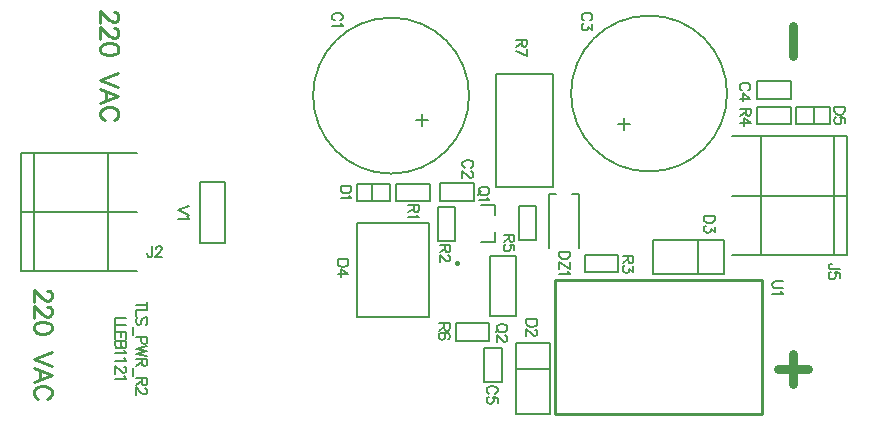
<source format=gto>
G04 Layer_Color=65535*
%FSLAX43Y43*%
%MOMM*%
G71*
G01*
G75*
%ADD34C,0.127*%
%ADD35C,0.254*%
%ADD36C,0.152*%
%ADD37C,0.152*%
%ADD38C,0.762*%
%ADD39C,0.381*%
D34*
X15342Y9322D02*
G03*
X15342Y9322I-6604J0D01*
G01*
X37186Y9500D02*
G03*
X37186Y9500I-6604J0D01*
G01*
X15723Y433D02*
Y1906D01*
X12878D02*
X15723D01*
X12878Y433D02*
X15723D01*
X12878D02*
Y1906D01*
X42577Y9068D02*
Y10541D01*
X39732D02*
X42577D01*
X39732Y9068D02*
X42577D01*
X39732D02*
Y10541D01*
X16637Y-12040D02*
X18110D01*
X16637Y-14884D02*
Y-12040D01*
X18110Y-14884D02*
Y-12040D01*
X16637Y-14884D02*
X18110D01*
X22173Y-17605D02*
Y-11605D01*
X19273Y-13856D02*
X22173D01*
X19273Y-17605D02*
X22173D01*
X19273D02*
Y-11605D01*
X22173D01*
X30934Y-5816D02*
X36934D01*
X34683D02*
Y-2916D01*
X30934Y-5816D02*
Y-2916D01*
X36934D01*
Y-5816D02*
Y-2916D01*
X5817Y406D02*
Y1880D01*
Y406D02*
X8661D01*
X5817Y1880D02*
X8661D01*
Y406D02*
Y1880D01*
X7111Y406D02*
Y1880D01*
X45879Y6909D02*
Y8382D01*
X43034D02*
X45879D01*
X43034Y6909D02*
X45879D01*
X43034D02*
Y8382D01*
X44585Y6909D02*
Y8382D01*
X-22558Y4492D02*
X-12758D01*
X-22558Y-5508D02*
Y4492D01*
Y-508D02*
X-12758D01*
X-22558Y-5508D02*
X-12758D01*
X-21458D02*
Y4492D01*
X-15258Y-5508D02*
Y4492D01*
X37567Y-4136D02*
X47367D01*
Y5864D01*
X37567Y864D02*
X47367D01*
X37567Y5864D02*
X47367D01*
X46267Y-4136D02*
Y5864D01*
X40067Y-4136D02*
Y5864D01*
X16364Y-3049D02*
X17562D01*
X16364Y51D02*
X17562D01*
Y-3049D02*
Y-2199D01*
Y-799D02*
Y51D01*
X17137Y-9332D02*
X19287D01*
X17137Y-4232D02*
X19287D01*
Y-9332D02*
Y-4232D01*
X17137Y-9332D02*
Y-4232D01*
X12014Y406D02*
Y1880D01*
X9169D02*
X12014D01*
X9169Y406D02*
X12014D01*
X9169D02*
Y1880D01*
X12675Y-2972D02*
X14148D01*
Y-127D01*
X12675Y-2972D02*
Y-127D01*
X14148D01*
X27965Y-5639D02*
Y-4166D01*
X25121D02*
X27965D01*
X25121Y-5639D02*
X27965D01*
X25121D02*
Y-4166D01*
X39732Y6883D02*
Y8357D01*
Y6883D02*
X42577D01*
X39732Y8357D02*
X42577D01*
Y6883D02*
Y8357D01*
X19533Y-25D02*
X21006D01*
X19533Y-2870D02*
Y-25D01*
X21006Y-2870D02*
Y-25D01*
X19533Y-2870D02*
X21006D01*
X17043Y-11423D02*
Y-9950D01*
X14199D02*
X17043D01*
X14199Y-11423D02*
X17043D01*
X14199D02*
Y-9950D01*
X22428Y1621D02*
Y11151D01*
X17628D02*
X22428D01*
X17628Y1621D02*
X22428D01*
X17628D02*
Y11151D01*
X5824Y-1458D02*
X11920D01*
Y-9459D02*
Y-1458D01*
X5824Y-9459D02*
Y-1458D01*
Y-9459D02*
X11920D01*
X24023Y958D02*
X24668D01*
X22068D02*
X22713D01*
X24668Y-3614D02*
Y958D01*
X22068Y-3614D02*
Y958D01*
X11354Y7747D02*
Y6731D01*
X11861Y7239D02*
X10846D01*
X29007Y6884D02*
X27991D01*
X28499Y6376D02*
Y7391D01*
D35*
X22618Y-17661D02*
X40118D01*
X22618D02*
Y-6261D01*
X40118Y-17661D02*
Y-6261D01*
X22618D02*
X40118D01*
X-14714Y16412D02*
X-14642D01*
X-14496Y16339D01*
X-14424Y16267D01*
X-14351Y16122D01*
Y15832D01*
X-14424Y15686D01*
X-14496Y15614D01*
X-14642Y15541D01*
X-14787D01*
X-14932Y15614D01*
X-15149Y15759D01*
X-15875Y16485D01*
Y15469D01*
X-14714Y15055D02*
X-14642D01*
X-14496Y14983D01*
X-14424Y14910D01*
X-14351Y14765D01*
Y14475D01*
X-14424Y14330D01*
X-14496Y14257D01*
X-14642Y14185D01*
X-14787D01*
X-14932Y14257D01*
X-15149Y14402D01*
X-15875Y15128D01*
Y14112D01*
X-14351Y13336D02*
X-14424Y13553D01*
X-14642Y13698D01*
X-15004Y13771D01*
X-15222D01*
X-15585Y13698D01*
X-15802Y13553D01*
X-15875Y13336D01*
Y13191D01*
X-15802Y12973D01*
X-15585Y12828D01*
X-15222Y12755D01*
X-15004D01*
X-14642Y12828D01*
X-14424Y12973D01*
X-14351Y13191D01*
Y13336D01*
Y11217D02*
X-15875Y10637D01*
X-14351Y10056D02*
X-15875Y10637D01*
Y8699D02*
X-14351Y9280D01*
X-15875Y9860D01*
X-15367Y9643D02*
Y8917D01*
X-14714Y7255D02*
X-14569Y7328D01*
X-14424Y7473D01*
X-14351Y7618D01*
Y7909D01*
X-14424Y8054D01*
X-14569Y8199D01*
X-14714Y8271D01*
X-14932Y8344D01*
X-15295D01*
X-15512Y8271D01*
X-15657Y8199D01*
X-15802Y8054D01*
X-15875Y7909D01*
Y7618D01*
X-15802Y7473D01*
X-15657Y7328D01*
X-15512Y7255D01*
X-20353Y-7185D02*
X-20280D01*
X-20135Y-7257D01*
X-20063Y-7330D01*
X-19990Y-7475D01*
Y-7765D01*
X-20063Y-7910D01*
X-20135Y-7983D01*
X-20280Y-8055D01*
X-20425D01*
X-20571Y-7983D01*
X-20788Y-7838D01*
X-21514Y-7112D01*
Y-8128D01*
X-20353Y-8541D02*
X-20280D01*
X-20135Y-8614D01*
X-20063Y-8686D01*
X-19990Y-8832D01*
Y-9122D01*
X-20063Y-9267D01*
X-20135Y-9339D01*
X-20280Y-9412D01*
X-20425D01*
X-20571Y-9339D01*
X-20788Y-9194D01*
X-21514Y-8469D01*
Y-9485D01*
X-19990Y-10261D02*
X-20063Y-10043D01*
X-20280Y-9898D01*
X-20643Y-9826D01*
X-20861D01*
X-21224Y-9898D01*
X-21441Y-10043D01*
X-21514Y-10261D01*
Y-10406D01*
X-21441Y-10624D01*
X-21224Y-10769D01*
X-20861Y-10841D01*
X-20643D01*
X-20280Y-10769D01*
X-20063Y-10624D01*
X-19990Y-10406D01*
Y-10261D01*
Y-12380D02*
X-21514Y-12960D01*
X-19990Y-13540D02*
X-21514Y-12960D01*
Y-14897D02*
X-19990Y-14317D01*
X-21514Y-13736D01*
X-21006Y-13954D02*
Y-14680D01*
X-20353Y-16341D02*
X-20208Y-16269D01*
X-20063Y-16123D01*
X-19990Y-15978D01*
Y-15688D01*
X-20063Y-15543D01*
X-20208Y-15398D01*
X-20353Y-15325D01*
X-20571Y-15253D01*
X-20933D01*
X-21151Y-15325D01*
X-21296Y-15398D01*
X-21441Y-15543D01*
X-21514Y-15688D01*
Y-15978D01*
X-21441Y-16123D01*
X-21296Y-16269D01*
X-21151Y-16341D01*
D36*
X-7463Y-3130D02*
X-5322D01*
X-7463D02*
Y2052D01*
X-5322Y-3130D02*
Y2052D01*
X-7463D02*
X-5322D01*
X-11918Y-8413D02*
X-12832D01*
X-11918Y-8108D02*
Y-8718D01*
Y-8826D02*
X-12832D01*
Y-9349D01*
X-12049Y-10058D02*
X-11961Y-9971D01*
X-11918Y-9841D01*
Y-9667D01*
X-11961Y-9536D01*
X-12049Y-9449D01*
X-12136D01*
X-12223Y-9493D01*
X-12266Y-9536D01*
X-12310Y-9623D01*
X-12397Y-9884D01*
X-12440Y-9971D01*
X-12484Y-10015D01*
X-12571Y-10058D01*
X-12702D01*
X-12789Y-9971D01*
X-12832Y-9841D01*
Y-9667D01*
X-12789Y-9536D01*
X-12702Y-9449D01*
X-13137Y-10263D02*
Y-10960D01*
X-12397Y-11077D02*
Y-11469D01*
X-12353Y-11600D01*
X-12310Y-11643D01*
X-12223Y-11687D01*
X-12092D01*
X-12005Y-11643D01*
X-11961Y-11600D01*
X-11918Y-11469D01*
Y-11077D01*
X-12832D01*
X-11918Y-11891D02*
X-12832Y-12109D01*
X-11918Y-12327D02*
X-12832Y-12109D01*
X-11918Y-12327D02*
X-12832Y-12544D01*
X-11918Y-12762D02*
X-12832Y-12544D01*
X-11918Y-12945D02*
X-12832D01*
X-11918D02*
Y-13337D01*
X-11961Y-13467D01*
X-12005Y-13511D01*
X-12092Y-13554D01*
X-12179D01*
X-12266Y-13511D01*
X-12310Y-13467D01*
X-12353Y-13337D01*
Y-12945D01*
Y-13249D02*
X-12832Y-13554D01*
X-13137Y-13759D02*
Y-14455D01*
X-11918Y-14573D02*
X-12832D01*
X-11918D02*
Y-14965D01*
X-11961Y-15095D01*
X-12005Y-15139D01*
X-12092Y-15182D01*
X-12179D01*
X-12266Y-15139D01*
X-12310Y-15095D01*
X-12353Y-14965D01*
Y-14573D01*
Y-14878D02*
X-12832Y-15182D01*
X-12136Y-15431D02*
X-12092D01*
X-12005Y-15474D01*
X-11961Y-15518D01*
X-11918Y-15605D01*
Y-15779D01*
X-11961Y-15866D01*
X-12005Y-15909D01*
X-12092Y-15953D01*
X-12179D01*
X-12266Y-15909D01*
X-12397Y-15822D01*
X-12832Y-15387D01*
Y-15996D01*
X-13685Y-9477D02*
X-14600D01*
Y-10000D01*
X-13685Y-10100D02*
X-14600D01*
Y-10622D01*
X-13685Y-11288D02*
Y-10722D01*
X-14600D01*
Y-11288D01*
X-14121Y-10722D02*
Y-11071D01*
X-13685Y-11441D02*
X-14600D01*
X-13685D02*
Y-11832D01*
X-13729Y-11963D01*
X-13773Y-12007D01*
X-13860Y-12050D01*
X-13947D01*
X-14034Y-12007D01*
X-14077Y-11963D01*
X-14121Y-11832D01*
Y-11441D02*
Y-11832D01*
X-14164Y-11963D01*
X-14208Y-12007D01*
X-14295Y-12050D01*
X-14426D01*
X-14513Y-12007D01*
X-14556Y-11963D01*
X-14600Y-11832D01*
Y-11441D01*
X-13860Y-12255D02*
X-13816Y-12342D01*
X-13685Y-12472D01*
X-14600D01*
X-13860Y-12925D02*
X-13816Y-13012D01*
X-13685Y-13143D01*
X-14600D01*
X-13903Y-13639D02*
X-13860D01*
X-13773Y-13683D01*
X-13729Y-13726D01*
X-13685Y-13813D01*
Y-13987D01*
X-13729Y-14074D01*
X-13773Y-14118D01*
X-13860Y-14161D01*
X-13947D01*
X-14034Y-14118D01*
X-14164Y-14031D01*
X-14600Y-13596D01*
Y-14205D01*
X-13860Y-14410D02*
X-13816Y-14497D01*
X-13685Y-14627D01*
X-14600D01*
X23876Y-3937D02*
X22962D01*
X23876D02*
Y-4242D01*
X23832Y-4372D01*
X23745Y-4459D01*
X23658Y-4503D01*
X23528Y-4546D01*
X23310D01*
X23179Y-4503D01*
X23092Y-4459D01*
X23005Y-4372D01*
X22962Y-4242D01*
Y-3937D01*
X23876Y-5361D02*
X22962Y-4751D01*
X23876D02*
Y-5361D01*
X22962Y-4751D02*
Y-5361D01*
X23702Y-5565D02*
X23745Y-5652D01*
X23876Y-5783D01*
X22962D01*
X-8357Y-51D02*
X-9271Y-399D01*
X-8357Y-747D02*
X-9271Y-399D01*
X-8531Y-865D02*
X-8487Y-952D01*
X-8357Y-1083D01*
X-9271D01*
X20244Y14072D02*
X19329D01*
X20244D02*
Y13680D01*
X20200Y13549D01*
X20157Y13506D01*
X20069Y13462D01*
X19982D01*
X19895Y13506D01*
X19852Y13549D01*
X19808Y13680D01*
Y14072D01*
Y13767D02*
X19329Y13462D01*
X20244Y12648D02*
X19329Y13083D01*
X20244Y13258D02*
Y12648D01*
X13690Y-9957D02*
X12776D01*
X13690D02*
Y-10349D01*
X13647Y-10479D01*
X13603Y-10523D01*
X13516Y-10566D01*
X13429D01*
X13342Y-10523D01*
X13299Y-10479D01*
X13255Y-10349D01*
Y-9957D01*
Y-10262D02*
X12776Y-10566D01*
X13560Y-11293D02*
X13647Y-11250D01*
X13690Y-11119D01*
Y-11032D01*
X13647Y-10901D01*
X13516Y-10814D01*
X13299Y-10771D01*
X13081D01*
X12907Y-10814D01*
X12820Y-10901D01*
X12776Y-11032D01*
Y-11076D01*
X12820Y-11206D01*
X12907Y-11293D01*
X13037Y-11337D01*
X13081D01*
X13212Y-11293D01*
X13299Y-11206D01*
X13342Y-11076D01*
Y-11032D01*
X13299Y-10901D01*
X13212Y-10814D01*
X13081Y-10771D01*
X19177Y-2438D02*
X18263D01*
X19177D02*
Y-2830D01*
X19133Y-2961D01*
X19090Y-3004D01*
X19003Y-3048D01*
X18916D01*
X18829Y-3004D01*
X18785Y-2961D01*
X18741Y-2830D01*
Y-2438D01*
Y-2743D02*
X18263Y-3048D01*
X19177Y-3775D02*
Y-3340D01*
X18785Y-3296D01*
X18829Y-3340D01*
X18872Y-3470D01*
Y-3601D01*
X18829Y-3731D01*
X18741Y-3818D01*
X18611Y-3862D01*
X18524D01*
X18393Y-3818D01*
X18306Y-3731D01*
X18263Y-3601D01*
Y-3470D01*
X18306Y-3340D01*
X18350Y-3296D01*
X18437Y-3252D01*
X39192Y8230D02*
X38278D01*
X39192D02*
Y7838D01*
X39148Y7707D01*
X39105Y7664D01*
X39018Y7620D01*
X38931D01*
X38844Y7664D01*
X38800Y7707D01*
X38757Y7838D01*
Y8230D01*
Y7925D02*
X38278Y7620D01*
X39192Y6980D02*
X38583Y7416D01*
Y6763D01*
X39192Y6980D02*
X38278D01*
X29261Y-4242D02*
X28346D01*
X29261D02*
Y-4634D01*
X29217Y-4764D01*
X29174Y-4808D01*
X29086Y-4851D01*
X28999D01*
X28912Y-4808D01*
X28869Y-4764D01*
X28825Y-4634D01*
Y-4242D01*
Y-4547D02*
X28346Y-4851D01*
X29261Y-5143D02*
Y-5622D01*
X28912Y-5361D01*
Y-5491D01*
X28869Y-5578D01*
X28825Y-5622D01*
X28695Y-5665D01*
X28608D01*
X28477Y-5622D01*
X28390Y-5535D01*
X28346Y-5404D01*
Y-5274D01*
X28390Y-5143D01*
X28433Y-5099D01*
X28521Y-5056D01*
X13767Y-3327D02*
X12852D01*
X13767D02*
Y-3719D01*
X13723Y-3850D01*
X13680Y-3893D01*
X13592Y-3937D01*
X13505D01*
X13418Y-3893D01*
X13375Y-3850D01*
X13331Y-3719D01*
Y-3327D01*
Y-3632D02*
X12852Y-3937D01*
X13549Y-4185D02*
X13592D01*
X13680Y-4229D01*
X13723Y-4272D01*
X13767Y-4359D01*
Y-4533D01*
X13723Y-4620D01*
X13680Y-4664D01*
X13592Y-4707D01*
X13505D01*
X13418Y-4664D01*
X13288Y-4577D01*
X12852Y-4141D01*
Y-4751D01*
X11085Y56D02*
X10170D01*
X11085D02*
Y-336D01*
X11041Y-467D01*
X10998Y-510D01*
X10911Y-554D01*
X10823D01*
X10736Y-510D01*
X10693Y-467D01*
X10649Y-336D01*
Y56D01*
Y-249D02*
X10170Y-554D01*
X10911Y-758D02*
X10954Y-845D01*
X11085Y-976D01*
X10170D01*
X18593Y-10294D02*
X18549Y-10207D01*
X18462Y-10120D01*
X18375Y-10077D01*
X18244Y-10033D01*
X18027D01*
X17896Y-10077D01*
X17809Y-10120D01*
X17722Y-10207D01*
X17678Y-10294D01*
Y-10468D01*
X17722Y-10555D01*
X17809Y-10642D01*
X17896Y-10686D01*
X18027Y-10730D01*
X18244D01*
X18375Y-10686D01*
X18462Y-10642D01*
X18549Y-10555D01*
X18593Y-10468D01*
Y-10294D01*
X17853Y-10425D02*
X17591Y-10686D01*
X18375Y-10986D02*
X18418D01*
X18506Y-11030D01*
X18549Y-11073D01*
X18593Y-11161D01*
Y-11335D01*
X18549Y-11422D01*
X18506Y-11465D01*
X18418Y-11509D01*
X18331D01*
X18244Y-11465D01*
X18114Y-11378D01*
X17678Y-10943D01*
Y-11552D01*
X17069Y1339D02*
X17025Y1426D01*
X16938Y1513D01*
X16851Y1557D01*
X16720Y1600D01*
X16503D01*
X16372Y1557D01*
X16285Y1513D01*
X16198Y1426D01*
X16154Y1339D01*
Y1165D01*
X16198Y1078D01*
X16285Y991D01*
X16372Y947D01*
X16503Y904D01*
X16720D01*
X16851Y947D01*
X16938Y991D01*
X17025Y1078D01*
X17069Y1165D01*
Y1339D01*
X16329Y1208D02*
X16067Y947D01*
X16894Y690D02*
X16938Y603D01*
X17069Y473D01*
X16154D01*
X46710Y-5363D02*
X46014D01*
X45883Y-5319D01*
X45840Y-5276D01*
X45796Y-5189D01*
Y-5102D01*
X45840Y-5015D01*
X45883Y-4971D01*
X46014Y-4928D01*
X46101D01*
X46710Y-6120D02*
Y-5685D01*
X46319Y-5642D01*
X46362Y-5685D01*
X46406Y-5816D01*
Y-5946D01*
X46362Y-6077D01*
X46275Y-6164D01*
X46144Y-6207D01*
X46057D01*
X45927Y-6164D01*
X45840Y-6077D01*
X45796Y-5946D01*
Y-5816D01*
X45840Y-5685D01*
X45883Y-5642D01*
X45970Y-5598D01*
X-11477Y-3429D02*
Y-4126D01*
X-11521Y-4256D01*
X-11564Y-4300D01*
X-11651Y-4343D01*
X-11738D01*
X-11826Y-4300D01*
X-11869Y-4256D01*
X-11913Y-4126D01*
Y-4039D01*
X-11199Y-3647D02*
Y-3603D01*
X-11155Y-3516D01*
X-11112Y-3473D01*
X-11025Y-3429D01*
X-10850D01*
X-10763Y-3473D01*
X-10720Y-3516D01*
X-10676Y-3603D01*
Y-3690D01*
X-10720Y-3777D01*
X-10807Y-3908D01*
X-11242Y-4343D01*
X-10633D01*
X47168Y8331D02*
X46253D01*
X47168D02*
Y8026D01*
X47124Y7896D01*
X47037Y7809D01*
X46950Y7765D01*
X46819Y7722D01*
X46602D01*
X46471Y7765D01*
X46384Y7809D01*
X46297Y7896D01*
X46253Y8026D01*
Y8331D01*
X47168Y6995D02*
Y7430D01*
X46776Y7474D01*
X46819Y7430D01*
X46863Y7299D01*
Y7169D01*
X46819Y7038D01*
X46732Y6951D01*
X46602Y6908D01*
X46515D01*
X46384Y6951D01*
X46297Y7038D01*
X46253Y7169D01*
Y7299D01*
X46297Y7430D01*
X46340Y7474D01*
X46428Y7517D01*
X5131Y-4547D02*
X4216D01*
X5131D02*
Y-4851D01*
X5087Y-4982D01*
X5000Y-5069D01*
X4913Y-5113D01*
X4782Y-5156D01*
X4565D01*
X4434Y-5113D01*
X4347Y-5069D01*
X4260Y-4982D01*
X4216Y-4851D01*
Y-4547D01*
X5131Y-5796D02*
X4521Y-5361D01*
Y-6014D01*
X5131Y-5796D02*
X4216D01*
X36144Y-864D02*
X35230D01*
X36144D02*
Y-1168D01*
X36100Y-1299D01*
X36013Y-1386D01*
X35926Y-1430D01*
X35796Y-1473D01*
X35578D01*
X35447Y-1430D01*
X35360Y-1386D01*
X35273Y-1299D01*
X35230Y-1168D01*
Y-864D01*
X36144Y-1765D02*
Y-2244D01*
X35796Y-1982D01*
Y-2113D01*
X35752Y-2200D01*
X35709Y-2244D01*
X35578Y-2287D01*
X35491D01*
X35360Y-2244D01*
X35273Y-2157D01*
X35230Y-2026D01*
Y-1895D01*
X35273Y-1765D01*
X35317Y-1721D01*
X35404Y-1678D01*
X21107Y-9627D02*
X20193D01*
X21107D02*
Y-9931D01*
X21064Y-10062D01*
X20977Y-10149D01*
X20890Y-10193D01*
X20759Y-10236D01*
X20541D01*
X20411Y-10193D01*
X20324Y-10149D01*
X20237Y-10062D01*
X20193Y-9931D01*
Y-9627D01*
X20890Y-10484D02*
X20933D01*
X21020Y-10528D01*
X21064Y-10571D01*
X21107Y-10658D01*
Y-10832D01*
X21064Y-10920D01*
X21020Y-10963D01*
X20933Y-11007D01*
X20846D01*
X20759Y-10963D01*
X20628Y-10876D01*
X20193Y-10441D01*
Y-11050D01*
X5385Y1651D02*
X4470D01*
X5385D02*
Y1346D01*
X5341Y1216D01*
X5254Y1129D01*
X5167Y1085D01*
X5036Y1042D01*
X4819D01*
X4688Y1085D01*
X4601Y1129D01*
X4514Y1216D01*
X4470Y1346D01*
Y1651D01*
X5210Y837D02*
X5254Y750D01*
X5385Y619D01*
X4470D01*
X17537Y-15918D02*
X17624Y-15875D01*
X17711Y-15788D01*
X17754Y-15701D01*
Y-15527D01*
X17711Y-15440D01*
X17624Y-15352D01*
X17537Y-15309D01*
X17406Y-15265D01*
X17188D01*
X17058Y-15309D01*
X16971Y-15352D01*
X16884Y-15440D01*
X16840Y-15527D01*
Y-15701D01*
X16884Y-15788D01*
X16971Y-15875D01*
X17058Y-15918D01*
X17754Y-16698D02*
Y-16262D01*
X17363Y-16219D01*
X17406Y-16262D01*
X17450Y-16393D01*
Y-16524D01*
X17406Y-16654D01*
X17319Y-16741D01*
X17188Y-16785D01*
X17101D01*
X16971Y-16741D01*
X16884Y-16654D01*
X16840Y-16524D01*
Y-16393D01*
X16884Y-16262D01*
X16927Y-16219D01*
X17014Y-16175D01*
X38949Y9761D02*
X39036Y9805D01*
X39123Y9892D01*
X39167Y9979D01*
Y10153D01*
X39123Y10240D01*
X39036Y10327D01*
X38949Y10370D01*
X38818Y10414D01*
X38601D01*
X38470Y10370D01*
X38383Y10327D01*
X38296Y10240D01*
X38252Y10153D01*
Y9979D01*
X38296Y9892D01*
X38383Y9805D01*
X38470Y9761D01*
X39167Y9069D02*
X38557Y9504D01*
Y8851D01*
X39167Y9069D02*
X38252D01*
X25563Y15705D02*
X25650Y15748D01*
X25737Y15835D01*
X25781Y15922D01*
Y16096D01*
X25737Y16183D01*
X25650Y16271D01*
X25563Y16314D01*
X25433Y16358D01*
X25215D01*
X25084Y16314D01*
X24997Y16271D01*
X24910Y16183D01*
X24867Y16096D01*
Y15922D01*
X24910Y15835D01*
X24997Y15748D01*
X25084Y15705D01*
X25781Y15361D02*
Y14882D01*
X25433Y15143D01*
Y15012D01*
X25389Y14925D01*
X25345Y14882D01*
X25215Y14838D01*
X25128D01*
X24997Y14882D01*
X24910Y14969D01*
X24867Y15099D01*
Y15230D01*
X24910Y15361D01*
X24954Y15404D01*
X25041Y15448D01*
X15479Y3208D02*
X15566Y3251D01*
X15653Y3338D01*
X15697Y3425D01*
Y3600D01*
X15653Y3687D01*
X15566Y3774D01*
X15479Y3817D01*
X15349Y3861D01*
X15131D01*
X15000Y3817D01*
X14913Y3774D01*
X14826Y3687D01*
X14783Y3600D01*
Y3425D01*
X14826Y3338D01*
X14913Y3251D01*
X15000Y3208D01*
X15479Y2907D02*
X15523D01*
X15610Y2864D01*
X15653Y2820D01*
X15697Y2733D01*
Y2559D01*
X15653Y2472D01*
X15610Y2429D01*
X15523Y2385D01*
X15436D01*
X15349Y2429D01*
X15218Y2516D01*
X14783Y2951D01*
Y2341D01*
X4430Y15705D02*
X4517Y15748D01*
X4604Y15835D01*
X4648Y15922D01*
Y16096D01*
X4604Y16183D01*
X4517Y16271D01*
X4430Y16314D01*
X4300Y16358D01*
X4082D01*
X3951Y16314D01*
X3864Y16271D01*
X3777Y16183D01*
X3734Y16096D01*
Y15922D01*
X3777Y15835D01*
X3864Y15748D01*
X3951Y15705D01*
X4474Y15448D02*
X4517Y15361D01*
X4648Y15230D01*
X3734D01*
D37*
X41916Y-6386D02*
X41263D01*
X41132Y-6429D01*
X41045Y-6516D01*
X41002Y-6647D01*
Y-6734D01*
X41045Y-6864D01*
X41132Y-6951D01*
X41263Y-6995D01*
X41916D01*
X41742Y-7247D02*
X41785Y-7334D01*
X41916Y-7465D01*
X41002D01*
D38*
X42767Y12700D02*
Y15239D01*
X41497Y-13818D02*
X44036D01*
X42767Y-12549D02*
Y-15088D01*
D39*
X14339Y-4836D02*
X14321Y-4854D01*
X14339Y-4872D01*
X14357Y-4854D01*
X14339Y-4836D01*
M02*

</source>
